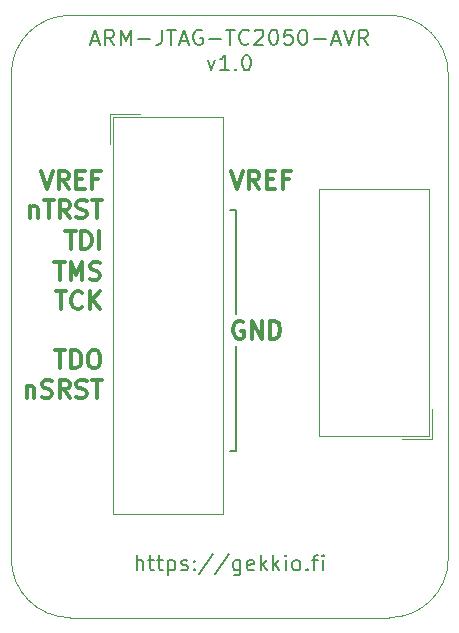
<source format=gbr>
G04 #@! TF.GenerationSoftware,KiCad,Pcbnew,5.1.5-52549c5~84~ubuntu19.10.1*
G04 #@! TF.CreationDate,2020-03-01T16:09:57+02:00*
G04 #@! TF.ProjectId,ARM-JTAG-TC2050-AVR,41524d2d-4a54-4414-972d-544332303530,v1.0*
G04 #@! TF.SameCoordinates,Original*
G04 #@! TF.FileFunction,Legend,Top*
G04 #@! TF.FilePolarity,Positive*
%FSLAX46Y46*%
G04 Gerber Fmt 4.6, Leading zero omitted, Abs format (unit mm)*
G04 Created by KiCad (PCBNEW 5.1.5-52549c5~84~ubuntu19.10.1) date 2020-03-01 16:09:57*
%MOMM*%
%LPD*%
G04 APERTURE LIST*
%ADD10C,0.200000*%
%ADD11C,0.300000*%
%ADD12C,0.050000*%
%ADD13C,0.120000*%
G04 APERTURE END LIST*
D10*
X60607142Y-96988095D02*
X60607142Y-95688095D01*
X61164285Y-96988095D02*
X61164285Y-96307142D01*
X61102380Y-96183333D01*
X60978571Y-96121428D01*
X60792857Y-96121428D01*
X60669047Y-96183333D01*
X60607142Y-96245238D01*
X61597619Y-96121428D02*
X62092857Y-96121428D01*
X61783333Y-95688095D02*
X61783333Y-96802380D01*
X61845238Y-96926190D01*
X61969047Y-96988095D01*
X62092857Y-96988095D01*
X62340476Y-96121428D02*
X62835714Y-96121428D01*
X62526190Y-95688095D02*
X62526190Y-96802380D01*
X62588095Y-96926190D01*
X62711904Y-96988095D01*
X62835714Y-96988095D01*
X63269047Y-96121428D02*
X63269047Y-97421428D01*
X63269047Y-96183333D02*
X63392857Y-96121428D01*
X63640476Y-96121428D01*
X63764285Y-96183333D01*
X63826190Y-96245238D01*
X63888095Y-96369047D01*
X63888095Y-96740476D01*
X63826190Y-96864285D01*
X63764285Y-96926190D01*
X63640476Y-96988095D01*
X63392857Y-96988095D01*
X63269047Y-96926190D01*
X64383333Y-96926190D02*
X64507142Y-96988095D01*
X64754761Y-96988095D01*
X64878571Y-96926190D01*
X64940476Y-96802380D01*
X64940476Y-96740476D01*
X64878571Y-96616666D01*
X64754761Y-96554761D01*
X64569047Y-96554761D01*
X64445238Y-96492857D01*
X64383333Y-96369047D01*
X64383333Y-96307142D01*
X64445238Y-96183333D01*
X64569047Y-96121428D01*
X64754761Y-96121428D01*
X64878571Y-96183333D01*
X65497619Y-96864285D02*
X65559523Y-96926190D01*
X65497619Y-96988095D01*
X65435714Y-96926190D01*
X65497619Y-96864285D01*
X65497619Y-96988095D01*
X65497619Y-96183333D02*
X65559523Y-96245238D01*
X65497619Y-96307142D01*
X65435714Y-96245238D01*
X65497619Y-96183333D01*
X65497619Y-96307142D01*
X67045238Y-95626190D02*
X65930952Y-97297619D01*
X68407142Y-95626190D02*
X67292857Y-97297619D01*
X69397619Y-96121428D02*
X69397619Y-97173809D01*
X69335714Y-97297619D01*
X69273809Y-97359523D01*
X69150000Y-97421428D01*
X68964285Y-97421428D01*
X68840476Y-97359523D01*
X69397619Y-96926190D02*
X69273809Y-96988095D01*
X69026190Y-96988095D01*
X68902380Y-96926190D01*
X68840476Y-96864285D01*
X68778571Y-96740476D01*
X68778571Y-96369047D01*
X68840476Y-96245238D01*
X68902380Y-96183333D01*
X69026190Y-96121428D01*
X69273809Y-96121428D01*
X69397619Y-96183333D01*
X70511904Y-96926190D02*
X70388095Y-96988095D01*
X70140476Y-96988095D01*
X70016666Y-96926190D01*
X69954761Y-96802380D01*
X69954761Y-96307142D01*
X70016666Y-96183333D01*
X70140476Y-96121428D01*
X70388095Y-96121428D01*
X70511904Y-96183333D01*
X70573809Y-96307142D01*
X70573809Y-96430952D01*
X69954761Y-96554761D01*
X71130952Y-96988095D02*
X71130952Y-95688095D01*
X71254761Y-96492857D02*
X71626190Y-96988095D01*
X71626190Y-96121428D02*
X71130952Y-96616666D01*
X72183333Y-96988095D02*
X72183333Y-95688095D01*
X72307142Y-96492857D02*
X72678571Y-96988095D01*
X72678571Y-96121428D02*
X72183333Y-96616666D01*
X73235714Y-96988095D02*
X73235714Y-96121428D01*
X73235714Y-95688095D02*
X73173809Y-95750000D01*
X73235714Y-95811904D01*
X73297619Y-95750000D01*
X73235714Y-95688095D01*
X73235714Y-95811904D01*
X74040476Y-96988095D02*
X73916666Y-96926190D01*
X73854761Y-96864285D01*
X73792857Y-96740476D01*
X73792857Y-96369047D01*
X73854761Y-96245238D01*
X73916666Y-96183333D01*
X74040476Y-96121428D01*
X74226190Y-96121428D01*
X74350000Y-96183333D01*
X74411904Y-96245238D01*
X74473809Y-96369047D01*
X74473809Y-96740476D01*
X74411904Y-96864285D01*
X74350000Y-96926190D01*
X74226190Y-96988095D01*
X74040476Y-96988095D01*
X75030952Y-96864285D02*
X75092857Y-96926190D01*
X75030952Y-96988095D01*
X74969047Y-96926190D01*
X75030952Y-96864285D01*
X75030952Y-96988095D01*
X75464285Y-96121428D02*
X75959523Y-96121428D01*
X75650000Y-96988095D02*
X75650000Y-95873809D01*
X75711904Y-95750000D01*
X75835714Y-95688095D01*
X75959523Y-95688095D01*
X76392857Y-96988095D02*
X76392857Y-96121428D01*
X76392857Y-95688095D02*
X76330952Y-95750000D01*
X76392857Y-95811904D01*
X76454761Y-95750000D01*
X76392857Y-95688095D01*
X76392857Y-95811904D01*
X56800000Y-52141666D02*
X57419047Y-52141666D01*
X56676190Y-52513095D02*
X57109523Y-51213095D01*
X57542857Y-52513095D01*
X58719047Y-52513095D02*
X58285714Y-51894047D01*
X57976190Y-52513095D02*
X57976190Y-51213095D01*
X58471428Y-51213095D01*
X58595238Y-51275000D01*
X58657142Y-51336904D01*
X58719047Y-51460714D01*
X58719047Y-51646428D01*
X58657142Y-51770238D01*
X58595238Y-51832142D01*
X58471428Y-51894047D01*
X57976190Y-51894047D01*
X59276190Y-52513095D02*
X59276190Y-51213095D01*
X59709523Y-52141666D01*
X60142857Y-51213095D01*
X60142857Y-52513095D01*
X60761904Y-52017857D02*
X61752380Y-52017857D01*
X62742857Y-51213095D02*
X62742857Y-52141666D01*
X62680952Y-52327380D01*
X62557142Y-52451190D01*
X62371428Y-52513095D01*
X62247619Y-52513095D01*
X63176190Y-51213095D02*
X63919047Y-51213095D01*
X63547619Y-52513095D02*
X63547619Y-51213095D01*
X64290476Y-52141666D02*
X64909523Y-52141666D01*
X64166666Y-52513095D02*
X64600000Y-51213095D01*
X65033333Y-52513095D01*
X66147619Y-51275000D02*
X66023809Y-51213095D01*
X65838095Y-51213095D01*
X65652380Y-51275000D01*
X65528571Y-51398809D01*
X65466666Y-51522619D01*
X65404761Y-51770238D01*
X65404761Y-51955952D01*
X65466666Y-52203571D01*
X65528571Y-52327380D01*
X65652380Y-52451190D01*
X65838095Y-52513095D01*
X65961904Y-52513095D01*
X66147619Y-52451190D01*
X66209523Y-52389285D01*
X66209523Y-51955952D01*
X65961904Y-51955952D01*
X66766666Y-52017857D02*
X67757142Y-52017857D01*
X68190476Y-51213095D02*
X68933333Y-51213095D01*
X68561904Y-52513095D02*
X68561904Y-51213095D01*
X70109523Y-52389285D02*
X70047619Y-52451190D01*
X69861904Y-52513095D01*
X69738095Y-52513095D01*
X69552380Y-52451190D01*
X69428571Y-52327380D01*
X69366666Y-52203571D01*
X69304761Y-51955952D01*
X69304761Y-51770238D01*
X69366666Y-51522619D01*
X69428571Y-51398809D01*
X69552380Y-51275000D01*
X69738095Y-51213095D01*
X69861904Y-51213095D01*
X70047619Y-51275000D01*
X70109523Y-51336904D01*
X70604761Y-51336904D02*
X70666666Y-51275000D01*
X70790476Y-51213095D01*
X71100000Y-51213095D01*
X71223809Y-51275000D01*
X71285714Y-51336904D01*
X71347619Y-51460714D01*
X71347619Y-51584523D01*
X71285714Y-51770238D01*
X70542857Y-52513095D01*
X71347619Y-52513095D01*
X72152380Y-51213095D02*
X72276190Y-51213095D01*
X72400000Y-51275000D01*
X72461904Y-51336904D01*
X72523809Y-51460714D01*
X72585714Y-51708333D01*
X72585714Y-52017857D01*
X72523809Y-52265476D01*
X72461904Y-52389285D01*
X72400000Y-52451190D01*
X72276190Y-52513095D01*
X72152380Y-52513095D01*
X72028571Y-52451190D01*
X71966666Y-52389285D01*
X71904761Y-52265476D01*
X71842857Y-52017857D01*
X71842857Y-51708333D01*
X71904761Y-51460714D01*
X71966666Y-51336904D01*
X72028571Y-51275000D01*
X72152380Y-51213095D01*
X73761904Y-51213095D02*
X73142857Y-51213095D01*
X73080952Y-51832142D01*
X73142857Y-51770238D01*
X73266666Y-51708333D01*
X73576190Y-51708333D01*
X73700000Y-51770238D01*
X73761904Y-51832142D01*
X73823809Y-51955952D01*
X73823809Y-52265476D01*
X73761904Y-52389285D01*
X73700000Y-52451190D01*
X73576190Y-52513095D01*
X73266666Y-52513095D01*
X73142857Y-52451190D01*
X73080952Y-52389285D01*
X74628571Y-51213095D02*
X74752380Y-51213095D01*
X74876190Y-51275000D01*
X74938095Y-51336904D01*
X75000000Y-51460714D01*
X75061904Y-51708333D01*
X75061904Y-52017857D01*
X75000000Y-52265476D01*
X74938095Y-52389285D01*
X74876190Y-52451190D01*
X74752380Y-52513095D01*
X74628571Y-52513095D01*
X74504761Y-52451190D01*
X74442857Y-52389285D01*
X74380952Y-52265476D01*
X74319047Y-52017857D01*
X74319047Y-51708333D01*
X74380952Y-51460714D01*
X74442857Y-51336904D01*
X74504761Y-51275000D01*
X74628571Y-51213095D01*
X75619047Y-52017857D02*
X76609523Y-52017857D01*
X77166666Y-52141666D02*
X77785714Y-52141666D01*
X77042857Y-52513095D02*
X77476190Y-51213095D01*
X77909523Y-52513095D01*
X78157142Y-51213095D02*
X78590476Y-52513095D01*
X79023809Y-51213095D01*
X80200000Y-52513095D02*
X79766666Y-51894047D01*
X79457142Y-52513095D02*
X79457142Y-51213095D01*
X79952380Y-51213095D01*
X80076190Y-51275000D01*
X80138095Y-51336904D01*
X80200000Y-51460714D01*
X80200000Y-51646428D01*
X80138095Y-51770238D01*
X80076190Y-51832142D01*
X79952380Y-51894047D01*
X79457142Y-51894047D01*
X66642857Y-53796428D02*
X66952380Y-54663095D01*
X67261904Y-53796428D01*
X68438095Y-54663095D02*
X67695238Y-54663095D01*
X68066666Y-54663095D02*
X68066666Y-53363095D01*
X67942857Y-53548809D01*
X67819047Y-53672619D01*
X67695238Y-53734523D01*
X68995238Y-54539285D02*
X69057142Y-54601190D01*
X68995238Y-54663095D01*
X68933333Y-54601190D01*
X68995238Y-54539285D01*
X68995238Y-54663095D01*
X69861904Y-53363095D02*
X69985714Y-53363095D01*
X70109523Y-53425000D01*
X70171428Y-53486904D01*
X70233333Y-53610714D01*
X70295238Y-53858333D01*
X70295238Y-54167857D01*
X70233333Y-54415476D01*
X70171428Y-54539285D01*
X70109523Y-54601190D01*
X69985714Y-54663095D01*
X69861904Y-54663095D01*
X69738095Y-54601190D01*
X69676190Y-54539285D01*
X69614285Y-54415476D01*
X69552380Y-54167857D01*
X69552380Y-53858333D01*
X69614285Y-53610714D01*
X69676190Y-53486904D01*
X69738095Y-53425000D01*
X69861904Y-53363095D01*
D11*
X51305000Y-81378571D02*
X51305000Y-82378571D01*
X51305000Y-81521428D02*
X51376428Y-81450000D01*
X51519285Y-81378571D01*
X51733571Y-81378571D01*
X51876428Y-81450000D01*
X51947857Y-81592857D01*
X51947857Y-82378571D01*
X52590714Y-82307142D02*
X52805000Y-82378571D01*
X53162142Y-82378571D01*
X53305000Y-82307142D01*
X53376428Y-82235714D01*
X53447857Y-82092857D01*
X53447857Y-81950000D01*
X53376428Y-81807142D01*
X53305000Y-81735714D01*
X53162142Y-81664285D01*
X52876428Y-81592857D01*
X52733571Y-81521428D01*
X52662142Y-81450000D01*
X52590714Y-81307142D01*
X52590714Y-81164285D01*
X52662142Y-81021428D01*
X52733571Y-80950000D01*
X52876428Y-80878571D01*
X53233571Y-80878571D01*
X53447857Y-80950000D01*
X54947857Y-82378571D02*
X54447857Y-81664285D01*
X54090714Y-82378571D02*
X54090714Y-80878571D01*
X54662142Y-80878571D01*
X54805000Y-80950000D01*
X54876428Y-81021428D01*
X54947857Y-81164285D01*
X54947857Y-81378571D01*
X54876428Y-81521428D01*
X54805000Y-81592857D01*
X54662142Y-81664285D01*
X54090714Y-81664285D01*
X55519285Y-82307142D02*
X55733571Y-82378571D01*
X56090714Y-82378571D01*
X56233571Y-82307142D01*
X56305000Y-82235714D01*
X56376428Y-82092857D01*
X56376428Y-81950000D01*
X56305000Y-81807142D01*
X56233571Y-81735714D01*
X56090714Y-81664285D01*
X55805000Y-81592857D01*
X55662142Y-81521428D01*
X55590714Y-81450000D01*
X55519285Y-81307142D01*
X55519285Y-81164285D01*
X55590714Y-81021428D01*
X55662142Y-80950000D01*
X55805000Y-80878571D01*
X56162142Y-80878571D01*
X56376428Y-80950000D01*
X56805000Y-80878571D02*
X57662142Y-80878571D01*
X57233571Y-82378571D02*
X57233571Y-80878571D01*
X53733571Y-78378571D02*
X54590714Y-78378571D01*
X54162142Y-79878571D02*
X54162142Y-78378571D01*
X55090714Y-79878571D02*
X55090714Y-78378571D01*
X55447857Y-78378571D01*
X55662142Y-78450000D01*
X55805000Y-78592857D01*
X55876428Y-78735714D01*
X55947857Y-79021428D01*
X55947857Y-79235714D01*
X55876428Y-79521428D01*
X55805000Y-79664285D01*
X55662142Y-79807142D01*
X55447857Y-79878571D01*
X55090714Y-79878571D01*
X56876428Y-78378571D02*
X57162142Y-78378571D01*
X57305000Y-78450000D01*
X57447857Y-78592857D01*
X57519285Y-78878571D01*
X57519285Y-79378571D01*
X57447857Y-79664285D01*
X57305000Y-79807142D01*
X57162142Y-79878571D01*
X56876428Y-79878571D01*
X56733571Y-79807142D01*
X56590714Y-79664285D01*
X56519285Y-79378571D01*
X56519285Y-78878571D01*
X56590714Y-78592857D01*
X56733571Y-78450000D01*
X56876428Y-78378571D01*
X53805000Y-73378571D02*
X54662142Y-73378571D01*
X54233571Y-74878571D02*
X54233571Y-73378571D01*
X56019285Y-74735714D02*
X55947857Y-74807142D01*
X55733571Y-74878571D01*
X55590714Y-74878571D01*
X55376428Y-74807142D01*
X55233571Y-74664285D01*
X55162142Y-74521428D01*
X55090714Y-74235714D01*
X55090714Y-74021428D01*
X55162142Y-73735714D01*
X55233571Y-73592857D01*
X55376428Y-73450000D01*
X55590714Y-73378571D01*
X55733571Y-73378571D01*
X55947857Y-73450000D01*
X56019285Y-73521428D01*
X56662142Y-74878571D02*
X56662142Y-73378571D01*
X57519285Y-74878571D02*
X56876428Y-74021428D01*
X57519285Y-73378571D02*
X56662142Y-74235714D01*
X53662142Y-70878571D02*
X54519285Y-70878571D01*
X54090714Y-72378571D02*
X54090714Y-70878571D01*
X55019285Y-72378571D02*
X55019285Y-70878571D01*
X55519285Y-71950000D01*
X56019285Y-70878571D01*
X56019285Y-72378571D01*
X56662142Y-72307142D02*
X56876428Y-72378571D01*
X57233571Y-72378571D01*
X57376428Y-72307142D01*
X57447857Y-72235714D01*
X57519285Y-72092857D01*
X57519285Y-71950000D01*
X57447857Y-71807142D01*
X57376428Y-71735714D01*
X57233571Y-71664285D01*
X56947857Y-71592857D01*
X56805000Y-71521428D01*
X56733571Y-71450000D01*
X56662142Y-71307142D01*
X56662142Y-71164285D01*
X56733571Y-71021428D01*
X56805000Y-70950000D01*
X56947857Y-70878571D01*
X57305000Y-70878571D01*
X57519285Y-70950000D01*
X54590714Y-68278571D02*
X55447857Y-68278571D01*
X55019285Y-69778571D02*
X55019285Y-68278571D01*
X55947857Y-69778571D02*
X55947857Y-68278571D01*
X56305000Y-68278571D01*
X56519285Y-68350000D01*
X56662142Y-68492857D01*
X56733571Y-68635714D01*
X56805000Y-68921428D01*
X56805000Y-69135714D01*
X56733571Y-69421428D01*
X56662142Y-69564285D01*
X56519285Y-69707142D01*
X56305000Y-69778571D01*
X55947857Y-69778571D01*
X57447857Y-69778571D02*
X57447857Y-68278571D01*
X51590714Y-66178571D02*
X51590714Y-67178571D01*
X51590714Y-66321428D02*
X51662142Y-66250000D01*
X51805000Y-66178571D01*
X52019285Y-66178571D01*
X52162142Y-66250000D01*
X52233571Y-66392857D01*
X52233571Y-67178571D01*
X52733571Y-65678571D02*
X53590714Y-65678571D01*
X53162142Y-67178571D02*
X53162142Y-65678571D01*
X54947857Y-67178571D02*
X54447857Y-66464285D01*
X54090714Y-67178571D02*
X54090714Y-65678571D01*
X54662142Y-65678571D01*
X54805000Y-65750000D01*
X54876428Y-65821428D01*
X54947857Y-65964285D01*
X54947857Y-66178571D01*
X54876428Y-66321428D01*
X54805000Y-66392857D01*
X54662142Y-66464285D01*
X54090714Y-66464285D01*
X55519285Y-67107142D02*
X55733571Y-67178571D01*
X56090714Y-67178571D01*
X56233571Y-67107142D01*
X56305000Y-67035714D01*
X56376428Y-66892857D01*
X56376428Y-66750000D01*
X56305000Y-66607142D01*
X56233571Y-66535714D01*
X56090714Y-66464285D01*
X55805000Y-66392857D01*
X55662142Y-66321428D01*
X55590714Y-66250000D01*
X55519285Y-66107142D01*
X55519285Y-65964285D01*
X55590714Y-65821428D01*
X55662142Y-65750000D01*
X55805000Y-65678571D01*
X56162142Y-65678571D01*
X56376428Y-65750000D01*
X56805000Y-65678571D02*
X57662142Y-65678571D01*
X57233571Y-67178571D02*
X57233571Y-65678571D01*
D12*
X82000000Y-50000000D02*
G75*
G02X87000000Y-55000000I0J-5000000D01*
G01*
X87000000Y-96000000D02*
G75*
G02X82000000Y-101000000I-5000000J0D01*
G01*
X55000000Y-101000000D02*
G75*
G02X50000000Y-96000000I0J5000000D01*
G01*
X50000000Y-55000000D02*
G75*
G02X55000000Y-50000000I5000000J0D01*
G01*
D10*
X69000000Y-86900000D02*
X68500000Y-86900000D01*
X69000000Y-86900000D02*
X69000000Y-78000000D01*
X69000000Y-66500000D02*
X68500000Y-66500000D01*
X69000000Y-75300000D02*
X69000000Y-66500000D01*
D11*
X69637857Y-75950000D02*
X69495000Y-75878571D01*
X69280714Y-75878571D01*
X69066428Y-75950000D01*
X68923571Y-76092857D01*
X68852142Y-76235714D01*
X68780714Y-76521428D01*
X68780714Y-76735714D01*
X68852142Y-77021428D01*
X68923571Y-77164285D01*
X69066428Y-77307142D01*
X69280714Y-77378571D01*
X69423571Y-77378571D01*
X69637857Y-77307142D01*
X69709285Y-77235714D01*
X69709285Y-76735714D01*
X69423571Y-76735714D01*
X70352142Y-77378571D02*
X70352142Y-75878571D01*
X71209285Y-77378571D01*
X71209285Y-75878571D01*
X71923571Y-77378571D02*
X71923571Y-75878571D01*
X72280714Y-75878571D01*
X72495000Y-75950000D01*
X72637857Y-76092857D01*
X72709285Y-76235714D01*
X72780714Y-76521428D01*
X72780714Y-76735714D01*
X72709285Y-77021428D01*
X72637857Y-77164285D01*
X72495000Y-77307142D01*
X72280714Y-77378571D01*
X71923571Y-77378571D01*
X68637857Y-63178571D02*
X69137857Y-64678571D01*
X69637857Y-63178571D01*
X70995000Y-64678571D02*
X70495000Y-63964285D01*
X70137857Y-64678571D02*
X70137857Y-63178571D01*
X70709285Y-63178571D01*
X70852142Y-63250000D01*
X70923571Y-63321428D01*
X70995000Y-63464285D01*
X70995000Y-63678571D01*
X70923571Y-63821428D01*
X70852142Y-63892857D01*
X70709285Y-63964285D01*
X70137857Y-63964285D01*
X71637857Y-63892857D02*
X72137857Y-63892857D01*
X72352142Y-64678571D02*
X71637857Y-64678571D01*
X71637857Y-63178571D01*
X72352142Y-63178571D01*
X73495000Y-63892857D02*
X72995000Y-63892857D01*
X72995000Y-64678571D02*
X72995000Y-63178571D01*
X73709285Y-63178571D01*
X52519285Y-63178571D02*
X53019285Y-64678571D01*
X53519285Y-63178571D01*
X54876428Y-64678571D02*
X54376428Y-63964285D01*
X54019285Y-64678571D02*
X54019285Y-63178571D01*
X54590714Y-63178571D01*
X54733571Y-63250000D01*
X54805000Y-63321428D01*
X54876428Y-63464285D01*
X54876428Y-63678571D01*
X54805000Y-63821428D01*
X54733571Y-63892857D01*
X54590714Y-63964285D01*
X54019285Y-63964285D01*
X55519285Y-63892857D02*
X56019285Y-63892857D01*
X56233571Y-64678571D02*
X55519285Y-64678571D01*
X55519285Y-63178571D01*
X56233571Y-63178571D01*
X57376428Y-63892857D02*
X56876428Y-63892857D01*
X56876428Y-64678571D02*
X56876428Y-63178571D01*
X57590714Y-63178571D01*
D12*
X55000000Y-50000000D02*
X82000000Y-50000000D01*
X87000000Y-55000000D02*
X87000000Y-96000000D01*
X55000000Y-101000000D02*
X82000000Y-101000000D01*
X50000000Y-55000000D02*
X50000000Y-96000000D01*
D13*
X85655000Y-85860000D02*
X83115000Y-85860000D01*
X85655000Y-85860000D02*
X85655000Y-83320000D01*
X85405000Y-85610000D02*
X76055000Y-85610000D01*
X85405000Y-64750000D02*
X85405000Y-85610000D01*
X76055000Y-64750000D02*
X85405000Y-64750000D01*
X76055000Y-85610000D02*
X76055000Y-64750000D01*
X58345000Y-58400000D02*
X60885000Y-58400000D01*
X58345000Y-58400000D02*
X58345000Y-60940000D01*
X58595000Y-58650000D02*
X67945000Y-58650000D01*
X58595000Y-92210000D02*
X58595000Y-58650000D01*
X67945000Y-92210000D02*
X58595000Y-92210000D01*
X67945000Y-58650000D02*
X67945000Y-92210000D01*
M02*

</source>
